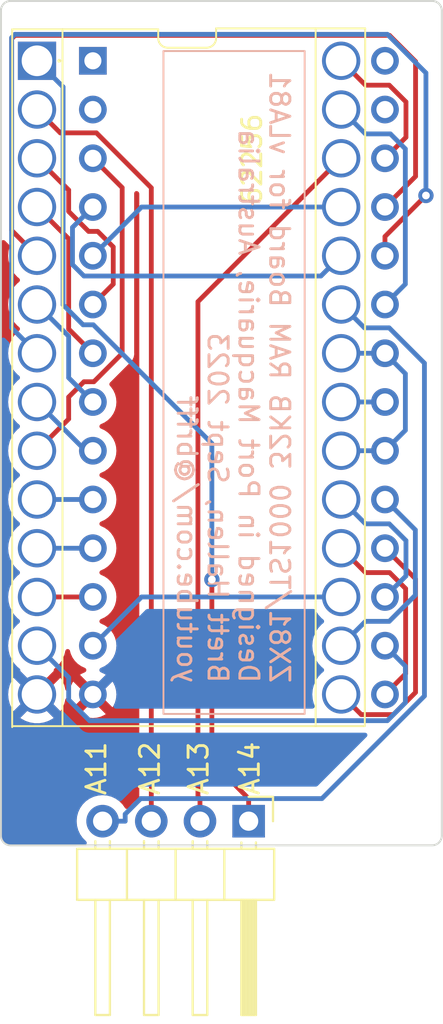
<source format=kicad_pcb>
(kicad_pcb (version 20221018) (generator pcbnew)
  (title_block (title "ZX81/TS1000 32KB RAM Board") (date "2023-09-10") (rev "INITIAL") (company "Brett Hallen") (comment 1 "youtube.com/@brfff"))
  (layers (0 "F.Cu" signal) (31 "B.Cu" signal) (34 "B.Paste" user) (35 "F.Paste" user) (36 "B.SilkS" user "B.Silkscreen") (37 "F.SilkS" user "F.Silkscreen") (38 "B.Mask" user) (39 "F.Mask" user) (44 "Edge.Cuts" user))
  (net 0 "")
  (net 1 "/A05")
  (net 2 "/A06")
  (net 3 "/A07")
  (net 4 "/A08")
  (net 5 "/A09")
  (net 6 "/A10")
  (net 7 "/A11")
  (net 8 "/A12")
  (net 9 "/A13")
  (net 10 "/A14")
  (net 11 "/D0")
  (net 12 "/D1")
  (net 13 "/D2")
  (net 14 "/GND")
  (net 15 "/D3")
  (net 16 "/D4")
  (net 17 "/D5")
  (net 18 "/D6")
  (net 19 "/D7")
  (net 20 "/~{RAMCS}")
  (net 21 "/A00")
  (net 22 "/A01")
  (net 23 "/A02")
  (net 24 "/A03")
  (net 25 "/A04")
  (net 26 "/~{WR}")
  (net 27 "/+5V")
  (footprint "CluelessEngineer:DIP1587W140P254L3632H381Q28N" (layer "F.Cu") (at 150.815 71.628)
    (fp_text reference "IC1" hide)
    (fp_text value "CY62256NLL-55SNXI" hide)
    (fp_line (start -9.23 -18.15) (end -9.23 18.21) (stroke (width 0.1)) (layer "F.SilkS"))
    (fp_line (start -9.19 18.161) (end -6.604 18.161) (stroke (width 0.1)) (layer "F.SilkS"))
    (fp_line (start -6.604 18.161) (end -6.604 -18.161) (stroke (width 0.1)) (layer "F.SilkS"))
    (fp_line (start -6.604 18.161) (end 6.604 18.161) (stroke (width 0.1)) (layer "F.SilkS"))
    (fp_line (start -6.54 -18.15) (end -9.23 -18.15) (stroke (width 0.1)) (layer "F.SilkS"))
    (fp_line (start -6.54 -18.15) (end -1.61 -18.15) (stroke (width 0.1)) (layer "F.SilkS"))
    (fp_line (start -1.61 -18.15) (end -1.61 -17.69) (stroke (width 0.1)) (layer "F.SilkS"))
    (fp_line (start -1.11 -17.19) (end 0.91 -17.19) (stroke (width 0.1)) (layer "F.SilkS"))
    (fp_line (start 1.41 -18.2) (end 6.61 -18.2) (stroke (width 0.1)) (layer "F.SilkS"))
    (fp_line (start 1.41 -17.69) (end 1.41 -18.2) (stroke (width 0.1)) (layer "F.SilkS"))
    (fp_line (start 6.604 -18.161) (end 6.604 18.161) (stroke (width 0.1)) (layer "F.SilkS"))
    (fp_line (start 6.61 -18.2) (end 9.19 -18.2) (stroke (width 0.1)) (layer "F.SilkS"))
    (fp_line (start 9.17 18.161) (end 6.604 18.161) (stroke (width 0.1)) (layer "F.SilkS"))
    (fp_line (start 9.19 -18.2) (end 9.17 18.161) (stroke (width 0.1)) (layer "F.SilkS"))
    (fp_arc (start -1.11 -17.19) (mid -1.463553 -17.336447) (end -1.61 -17.69) (stroke (width 0.1)) (layer "F.SilkS"))
    (fp_arc (start 1.41 -17.69) (mid 1.263553 -17.336447) (end 0.91 -17.19) (stroke (width 0.1)) (layer "F.SilkS"))
    (pad "1" thru_hole rect (at -7.935 -16.51) (size 1.997 1.997) (drill 1.597) (layers "*.Cu" "*.Mask") (net 10 "/A14"))
    (pad "2" thru_hole circle (at -7.935 -13.97) (size 1.997 1.997) (drill 1.597) (layers "*.Cu" "*.Mask") (net 8 "/A12"))
    (pad "3" thru_hole circle (at -7.935 -11.43) (size 1.997 1.997) (drill 1.597) (layers "*.Cu" "*.Mask") (net 3 "/A07"))
    (pad "4" thru_hole circle (at -7.935 -8.89) (size 1.997 1.997) (drill 1.597) (layers "*.Cu" "*.Mask") (net 2 "/A06"))
    (pad "5" thru_hole circle (at -7.935 -6.35) (size 1.997 1.997) (drill 1.597) (layers "*.Cu" "*.Mask") (net 1 "/A05"))
    (pad "6" thru_hole circle (at -7.935 -3.81) (size 1.997 1.997) (drill 1.597) (layers "*.Cu" "*.Mask") (net 25 "/A04"))
    (pad "7" thru_hole circle (at -7.935 -1.27) (size 1.997 1.997) (drill 1.597) (layers "*.Cu" "*.Mask") (net 24 "/A03"))
    (pad "8" thru_hole circle (at -7.935 1.27) (size 1.997 1.997) (drill 1.597) (layers "*.Cu" "*.Mask") (net 23 "/A02"))
    (pad "9" thru_hole circle (at -7.935 3.81) (size 1.997 1.997) (drill 1.597) (layers "*.Cu" "*.Mask") (net 22 "/A01"))
    (pad "10" thru_hole circle (at -7.935 6.35) (size 1.997 1.997) (drill 1.597) (layers "*.Cu" "*.Mask") (net 21 "/A00"))
    (pad "11" thru_hole circle (at -7.935 8.89) (size 1.997 1.997) (drill 1.597) (layers "*.Cu" "*.Mask") (net 11 "/D0"))
    (pad "12" thru_hole circle (at -7.935 11.43) (size 1.997 1.997) (drill 1.597) (layers "*.Cu" "*.Mask") (net 12 "/D1"))
    (pad "13" thru_hole circle (at -7.935 13.97) (size 1.997 1.997) (drill 1.597) (layers "*.Cu" "*.Mask") (net 13 "/D2"))
    (pad "14" thru_hole circle (at -7.935 16.51) (size 1.997 1.997) (drill 1.597) (layers "*.Cu" "*.Mask") (net 14 "/GND"))
    (pad "15" thru_hole circle (at 7.935 16.51) (size 1.997 1.997) (drill 1.597) (layers "*.Cu" "*.Mask") (net 15 "/D3"))
    (pad "16" thru_hole circle (at 7.935 13.97) (size 1.997 1.997) (drill 1.597) (layers "*.Cu" "*.Mask") (net 16 "/D4"))
    (pad "17" thru_hole circle (at 7.935 11.43) (size 1.997 1.997) (drill 1.597) (layers "*.Cu" "*.Mask") (net 17 "/D5"))
    (pad "18" thru_hole circle (at 7.935 8.89) (size 1.997 1.997) (drill 1.597) (layers "*.Cu" "*.Mask") (net 18 "/D6"))
    (pad "19" thru_hole circle (at 7.935 6.35) (size 1.997 1.997) (drill 1.597) (layers "*.Cu" "*.Mask") (net 19 "/D7"))
    (pad "20" thru_hole circle (at 7.935 3.81) (size 1.997 1.997) (drill 1.597) (layers "*.Cu" "*.Mask") (net 20 "/~{RAMCS}"))
    (pad "21" thru_hole circle (at 7.935 1.27) (size 1.997 1.997) (drill 1.597) (layers "*.Cu" "*.Mask") (net 6 "/A10"))
    (pad "22" thru_hole circle (at 7.935 -1.27) (size 1.997 1.997) (drill 1.597) (layers "*.Cu" "*.Mask") (net 20 "/~{RAMCS}"))
    (pad "23" thru_hole circle (at 7.935 -3.81) (size 1.997 1.997) (drill 1.597) (layers "*.Cu" "*.Mask") (net 7 "/A11"))
    (pad "24" thru_hole circle (at 7.935 -6.35) (size 1.997 1.997) (drill 1.597) (layers "*.Cu" "*.Mask") (net 5 "/A09"))
    (pad "25" thru_hole circle (at 7.935 -8.89) (size 1.997 1.997) (drill 1.597) (layers "*.Cu" "*.Mask") (net 4 "/A08"))
    (pad "26" thru_hole circle (at 7.935 -11.43) (size 1.997 1.997) (drill 1.597) (layers "*.Cu" "*.Mask") (net 9 "/A13"))
    (pad "27" thru_hole circle (at 7.935 -13.97) (size 1.997 1.997) (drill 1.597) (layers "*.Cu" "*.Mask") (net 26 "/~{WR}"))
    (pad "28" thru_hole circle (at 7.935 -16.51) (size 1.997 1.997) (drill 1.597) (layers "*.Cu" "*.Mask") (net 27 "/+5V"))
  )
  (footprint "Connector_PinHeader_2.54mm:PinHeader_1x04_P2.54mm_Horizontal" (layer "F.Cu") (at 153.924 94.742 -90)
    (fp_text reference "J3" hide)
    (fp_text value "Conn_01x04_Pin" hide)
    (fp_line (start -1.27 -1.27) (end 0 -1.27) (stroke (width 0.12)) (layer "F.SilkS"))
    (fp_line (start -1.27 0) (end -1.27 -1.27) (stroke (width 0.12)) (layer "F.SilkS"))
    (fp_line (start 1.042929 2.16) (end 1.44 2.16) (stroke (width 0.12)) (layer "F.SilkS"))
    (fp_line (start 1.042929 2.92) (end 1.44 2.92) (stroke (width 0.12)) (layer "F.SilkS"))
    (fp_line (start 1.042929 4.7) (end 1.44 4.7) (stroke (width 0.12)) (layer "F.SilkS"))
    (fp_line (start 1.042929 5.46) (end 1.44 5.46) (stroke (width 0.12)) (layer "F.SilkS"))
    (fp_line (start 1.042929 7.24) (end 1.44 7.24) (stroke (width 0.12)) (layer "F.SilkS"))
    (fp_line (start 1.042929 8) (end 1.44 8) (stroke (width 0.12)) (layer "F.SilkS"))
    (fp_line (start 1.11 -0.38) (end 1.44 -0.38) (stroke (width 0.12)) (layer "F.SilkS"))
    (fp_line (start 1.11 0.38) (end 1.44 0.38) (stroke (width 0.12)) (layer "F.SilkS"))
    (fp_line (start 1.44 -1.33) (end 1.44 8.95) (stroke (width 0.12)) (layer "F.SilkS"))
    (fp_line (start 1.44 1.27) (end 4.1 1.27) (stroke (width 0.12)) (layer "F.SilkS"))
    (fp_line (start 1.44 3.81) (end 4.1 3.81) (stroke (width 0.12)) (layer "F.SilkS"))
    (fp_line (start 1.44 6.35) (end 4.1 6.35) (stroke (width 0.12)) (layer "F.SilkS"))
    (fp_line (start 1.44 8.95) (end 4.1 8.95) (stroke (width 0.12)) (layer "F.SilkS"))
    (fp_line (start 4.1 -1.33) (end 1.44 -1.33) (stroke (width 0.12)) (layer "F.SilkS"))
    (fp_line (start 4.1 -0.38) (end 10.1 -0.38) (stroke (width 0.12)) (layer "F.SilkS"))
    (fp_line (start 4.1 -0.32) (end 10.1 -0.32) (stroke (width 0.12)) (layer "F.SilkS"))
    (fp_line (start 4.1 -0.2) (end 10.1 -0.2) (stroke (width 0.12)) (layer "F.SilkS"))
    (fp_line (start 4.1 -0.08) (end 10.1 -0.08) (stroke (width 0.12)) (layer "F.SilkS"))
    (fp_line (start 4.1 0.04) (end 10.1 0.04) (stroke (width 0.12)) (layer "F.SilkS"))
    (fp_line (start 4.1 0.16) (end 10.1 0.16) (stroke (width 0.12)) (layer "F.SilkS"))
    (fp_line (start 4.1 0.28) (end 10.1 0.28) (stroke (width 0.12)) (layer "F.SilkS"))
    (fp_line (start 4.1 2.16) (end 10.1 2.16) (stroke (width 0.12)) (layer "F.SilkS"))
    (fp_line (start 4.1 4.7) (end 10.1 4.7) (stroke (width 0.12)) (layer "F.SilkS"))
    (fp_line (start 4.1 7.24) (end 10.1 7.24) (stroke (width 0.12)) (layer "F.SilkS"))
    (fp_line (start 4.1 8.95) (end 4.1 -1.33) (stroke (width 0.12)) (layer "F.SilkS"))
    (fp_line (start 10.1 -0.38) (end 10.1 0.38) (stroke (width 0.12)) (layer "F.SilkS"))
    (fp_line (start 10.1 0.38) (end 4.1 0.38) (stroke (width 0.12)) (layer "F.SilkS"))
    (fp_line (start 10.1 2.16) (end 10.1 2.92) (stroke (width 0.12)) (layer "F.SilkS"))
    (fp_line (start 10.1 2.92) (end 4.1 2.92) (stroke (width 0.12)) (layer "F.SilkS"))
    (fp_line (start 10.1 4.7) (end 10.1 5.46) (stroke (width 0.12)) (layer "F.SilkS"))
    (fp_line (start 10.1 5.46) (end 4.1 5.46) (stroke (width 0.12)) (layer "F.SilkS"))
    (fp_line (start 10.1 7.24) (end 10.1 8) (stroke (width 0.12)) (layer "F.SilkS"))
    (fp_line (start 10.1 8) (end 4.1 8) (stroke (width 0.12)) (layer "F.SilkS"))
    (pad "1" thru_hole rect (at 0 0 270) (size 1.7 1.7) (drill 1) (layers "*.Cu" "*.Mask") (net 10 "/A14"))
    (pad "2" thru_hole oval (at 0 2.54 270) (size 1.7 1.7) (drill 1) (layers "*.Cu" "*.Mask") (net 9 "/A13"))
    (pad "3" thru_hole oval (at 0 5.08 270) (size 1.7 1.7) (drill 1) (layers "*.Cu" "*.Mask") (net 8 "/A12"))
    (pad "4" thru_hole oval (at 0 7.62 270) (size 1.7 1.7) (drill 1) (layers "*.Cu" "*.Mask") (net 7 "/A11"))
  )
  (footprint "CluelessEngineer:828AG11DLF" (layer "F.Cu") (at 145.796 55.118 -90)
    (fp_text reference "J4" hide)
    (fp_text value "828-AG11D-LF" hide)
    (fp_line (start 0 1.7) (end 0 1.7) (stroke (width 0.1)) (layer "F.SilkS"))
    (fp_line (start 0 1.8) (end 0 1.8) (stroke (width 0.1)) (layer "F.SilkS"))
    (fp_arc (start 0 1.7) (mid 0.05 1.75) (end 0 1.8) (stroke (width 0.1)) (layer "F.SilkS"))
    (fp_arc (start 0 1.8) (mid -0.05 1.75) (end 0 1.7) (stroke (width 0.1)) (layer "F.SilkS"))
    (pad "1" thru_hole rect (at 0 0 270) (size 1.445 1.445) (drill 0.889) (layers "*.Cu" "*.Mask"))
    (pad "2" thru_hole circle (at 2.54 0 270) (size 1.445 1.445) (drill 0.889) (layers "*.Cu" "*.Mask"))
    (pad "3" thru_hole circle (at 5.08 0 270) (size 1.445 1.445) (drill 0.889) (layers "*.Cu" "*.Mask") (net 22 "/A01"))
    (pad "4" thru_hole circle (at 7.62 0 270) (size 1.445 1.445) (drill 0.889) (layers "*.Cu" "*.Mask") (net 5 "/A09"))
    (pad "5" thru_hole circle (at 10.16 0 270) (size 1.445 1.445) (drill 0.889) (layers "*.Cu" "*.Mask") (net 4 "/A08"))
    (pad "6" thru_hole circle (at 12.7 0 270) (size 1.445 1.445) (drill 0.889) (layers "*.Cu" "*.Mask") (net 3 "/A07"))
    (pad "7" thru_hole circle (at 15.24 0 270) (size 1.445 1.445) (drill 0.889) (layers "*.Cu" "*.Mask") (net 2 "/A06"))
    (pad "8" thru_hole circle (at 17.78 0 270) (size 1.445 1.445) (drill 0.889) (layers "*.Cu" "*.Mask") (net 25 "/A04"))
    (pad "9" thru_hole circle (at 20.32 0 270) (size 1.445 1.445) (drill 0.889) (layers "*.Cu" "*.Mask") (net 23 "/A02"))
    (pad "10" thru_hole circle (at 22.86 0 270) (size 1.445 1.445) (drill 0.889) (layers "*.Cu" "*.Mask") (net 21 "/A00"))
    (pad "11" thru_hole circle (at 25.4 0 270) (size 1.445 1.445) (drill 0.889) (layers "*.Cu" "*.Mask") (net 11 "/D0"))
    (pad "12" thru_hole circle (at 27.94 0 270) (size 1.445 1.445) (drill 0.889) (layers "*.Cu" "*.Mask") (net 12 "/D1"))
    (pad "13" thru_hole circle (at 30.48 0 270) (size 1.445 1.445) (drill 0.889) (layers "*.Cu" "*.Mask") (net 17 "/D5"))
    (pad "14" thru_hole circle (at 33.02 0 270) (size 1.445 1.445) (drill 0.889) (layers "*.Cu" "*.Mask") (net 14 "/GND"))
    (pad "15" thru_hole circle (at 33.02 -15.24 270) (size 1.445 1.445) (drill 0.889) (layers "*.Cu" "*.Mask") (net 18 "/D6"))
    (pad "16" thru_hole circle (at 30.48 -15.24 270) (size 1.445 1.445) (drill 0.889) (layers "*.Cu" "*.Mask") (net 13 "/D2"))
    (pad "17" thru_hole circle (at 27.94 -15.24 270) (size 1.445 1.445) (drill 0.889) (layers "*.Cu" "*.Mask") (net 19 "/D7"))
    (pad "18" thru_hole circle (at 25.4 -15.24 270) (size 1.445 1.445) (drill 0.889) (layers "*.Cu" "*.Mask") (net 15 "/D3"))
    (pad "19" thru_hole circle (at 22.86 -15.24 270) (size 1.445 1.445) (drill 0.889) (layers "*.Cu" "*.Mask") (net 16 "/D4"))
    (pad "20" thru_hole circle (at 20.32 -15.24 270) (size 1.445 1.445) (drill 0.889) (layers "*.Cu" "*.Mask") (net 20 "/~{RAMCS}"))
    (pad "21" thru_hole circle (at 17.78 -15.24 270) (size 1.445 1.445) (drill 0.889) (layers "*.Cu" "*.Mask") (net 6 "/A10"))
    (pad "22" thru_hole circle (at 15.24 -15.24 270) (size 1.445 1.445) (drill 0.889) (layers "*.Cu" "*.Mask") (net 20 "/~{RAMCS}"))
    (pad "23" thru_hole circle (at 12.7 -15.24 270) (size 1.445 1.445) (drill 0.889) (layers "*.Cu" "*.Mask") (net 26 "/~{WR}"))
    (pad "24" thru_hole circle (at 10.16 -15.24 270) (size 1.445 1.445) (drill 0.889) (layers "*.Cu" "*.Mask") (net 24 "/A03"))
    (pad "25" thru_hole circle (at 7.62 -15.24 270) (size 1.445 1.445) (drill 0.889) (layers "*.Cu" "*.Mask") (net 1 "/A05"))
    (pad "26" thru_hole circle (at 5.08 -15.24 270) (size 1.445 1.445) (drill 0.889) (layers "*.Cu" "*.Mask") (net 27 "/+5V"))
    (pad "27" thru_hole circle (at 2.54 -15.24 270) (size 1.445 1.445) (drill 0.889) (layers "*.Cu" "*.Mask"))
    (pad "28" thru_hole circle (at 0 -15.24 270) (size 1.445 1.445) (drill 0.889) (layers "*.Cu" "*.Mask"))
  )
  (gr_line (start 163.5 96) (end 141.5 96) (stroke (width 0.1)) (layer "Edge.Cuts"))
  (gr_arc (start 141 52.5) (mid 141.146447 52.146447) (end 141.5 52) (stroke (width 0.1)) (layer "Edge.Cuts"))
  (gr_arc (start 163.5 52) (mid 163.853553 52.146447) (end 164 52.5) (stroke (width 0.1)) (layer "Edge.Cuts"))
  (gr_arc (start 164 95.5) (mid 163.853553 95.853553) (end 163.5 96) (stroke (width 0.1)) (layer "Edge.Cuts"))
  (gr_line (start 141.5 52) (end 163.5 52) (stroke (width 0.1)) (layer "Edge.Cuts"))
  (gr_arc (start 141.5 96) (mid 141.146447 95.853553) (end 141 95.5) (stroke (width 0.1)) (layer "Edge.Cuts"))
  (gr_line (start 141 95.5) (end 141 52.5) (stroke (width 0.1)) (layer "Edge.Cuts"))
  (gr_line (start 164 52.5) (end 164 95.5) (stroke (width 0.1)) (layer "Edge.Cuts"))
  (gr_text "ZX81/TS1000 32KB RAM Board for vLA81\nDesigned in Port Macquarie, Australia\nBrett Hallen, Sept 2023\nyoutube.com/@brfff" (at 150.114 87.63 270) (layer "B.SilkS") (effects (font (size 1 1)) (justify left bottom mirror)))
  (gr_text "A13" (at 151.892 93.472 90) (layer "F.SilkS") (effects (font (size 1 1)) (justify left bottom)))
  (gr_text "62256" (at 154.686 62.738 90) (layer "F.SilkS") (effects (font (size 1 1)) (justify left bottom)))
  (gr_text "A11" (at 146.558 93.472 90) (layer "F.SilkS") (effects (font (size 1 1)) (justify left bottom)))
  (gr_text "A14" (at 154.559 93.472 90) (layer "F.SilkS") (effects (font (size 1 1)) (justify left bottom)))
  (gr_text "A12" (at 149.352 93.472 90) (layer "F.SilkS") (effects (font (size 1 1)) (justify left bottom)))
  (gr_text_box "" (start 149.479 54.61) (end 156.845 89.154) (layer "B.SilkS") (effects (font (size 1 1)) (justify left top mirror)) (stroke (width 0.1)))
  (segment (start 141.555 53.9725) (end 141.555 63.9526) (width 0.25) (layer "F.Cu") (net 1))
  (segment (start 162.633 61.1406) (end 162.633 55.1539) (width 0.25) (layer "F.Cu") (net 1))
  (segment (start 141.734 53.7926) (end 141.555 53.9725) (width 0.25) (layer "F.Cu") (net 1))
  (segment (start 141.555 63.9526) (end 142.88 65.278) (width 0.25) (layer "F.Cu") (net 1))
  (segment (start 162.633 55.1539) (end 161.272 53.7926) (width 0.25) (layer "F.Cu") (net 1))
  (segment (start 161.036 62.738) (end 162.633 61.1406) (width 0.25) (layer "F.Cu") (net 1))
  (segment (start 161.272 53.7926) (end 141.734 53.7926) (width 0.25) (layer "F.Cu") (net 1))
  (segment (start 144.533 69.0952) (end 145.796 70.358) (width 0.25) (layer "F.Cu") (net 2))
  (segment (start 144.533 64.3912) (end 144.533 69.0952) (width 0.25) (layer "F.Cu") (net 2))
  (segment (start 142.88 62.738) (end 144.533 64.3912) (width 0.25) (layer "F.Cu") (net 2))
  (segment (start 146.858 64.8172) (end 146.858 66.756) (width 0.25) (layer "F.Cu") (net 3))
  (segment (start 146.858 66.756) (end 145.796 67.818) (width 0.25) (layer "F.Cu") (net 3))
  (segment (start 142.88 60.198) (end 144.533 61.851) (width 0.25) (layer "F.Cu") (net 3))
  (segment (start 146.049 64.008) (end 146.858 64.8172) (width 0.25) (layer "F.Cu") (net 3))
  (segment (start 144.533 61.851) (end 144.533 62.9692) (width 0.25) (layer "F.Cu") (net 3))
  (segment (start 144.533 62.9692) (end 145.572 64.008) (width 0.25) (layer "F.Cu") (net 3))
  (segment (start 145.572 64.008) (end 146.049 64.008) (width 0.25) (layer "F.Cu") (net 3))
  (segment (start 158.75 62.738) (end 148.336 62.738) (width 0.25) (layer "B.Cu") (net 4))
  (segment (start 148.336 62.738) (end 145.796 65.278) (width 0.25) (layer "B.Cu") (net 4))
  (segment (start 144.732 63.8017) (end 145.796 62.738) (width 0.25) (layer "B.Cu") (net 5))
  (segment (start 157.695 66.3331) (end 145.33 66.3331) (width 0.25) (layer "B.Cu") (net 5))
  (segment (start 144.732 65.7359) (end 144.732 63.8017) (width 0.25) (layer "B.Cu") (net 5))
  (segment (start 158.75 65.278) (end 157.695 66.3331) (width 0.25) (layer "B.Cu") (net 5))
  (segment (start 145.33 66.3331) (end 144.732 65.7359) (width 0.25) (layer "B.Cu") (net 5))
  (segment (start 158.75 72.898) (end 161.036 72.898) (width 0.25) (layer "B.Cu") (net 6))
  (segment (start 147.481 94.742) (end 147.481 94.3741) (width 0.25) (layer "B.Cu") (net 7))
  (segment (start 157.747 93.5651) (end 163.095 88.2171) (width 0.25) (layer "B.Cu") (net 7))
  (segment (start 146.304 94.742) (end 147.481 94.742) (width 0.25) (layer "B.Cu") (net 7))
  (segment (start 161.255 69.0341) (end 159.966 69.0341) (width 0.25) (layer "B.Cu") (net 7))
  (segment (start 163.095 88.2171) (end 163.095 70.8746) (width 0.25) (layer "B.Cu") (net 7))
  (segment (start 159.966 69.0341) (end 158.75 67.818) (width 0.25) (layer "B.Cu") (net 7))
  (segment (start 148.29 93.5651) (end 157.747 93.5651) (width 0.25) (layer "B.Cu") (net 7))
  (segment (start 147.481 94.3741) (end 148.29 93.5651) (width 0.25) (layer "B.Cu") (net 7))
  (segment (start 163.095 70.8746) (end 161.255 69.0341) (width 0.25) (layer "B.Cu") (net 7))
  (segment (start 144.096 58.8741) (end 142.88 57.658) (width 0.25) (layer "F.Cu") (net 8))
  (segment (start 145.981 58.8741) (end 144.096 58.8741) (width 0.25) (layer "F.Cu") (net 8))
  (segment (start 148.844 61.7371) (end 145.981 58.8741) (width 0.25) (layer "F.Cu") (net 8))
  (segment (start 148.844 94.742) (end 148.844 61.7371) (width 0.25) (layer "F.Cu") (net 8))
  (segment (start 151.278 67.6703) (end 158.75 60.198) (width 0.25) (layer "F.Cu") (net 9))
  (segment (start 151.384 94.742) (end 151.384 93.5651) (width 0.25) (layer "F.Cu") (net 9))
  (segment (start 151.278 93.4588) (end 151.278 67.6703) (width 0.25) (layer "F.Cu") (net 9))
  (segment (start 151.384 93.5651) (end 151.278 93.4588) (width 0.25) (layer "F.Cu") (net 9))
  (segment (start 153.924 93.5651) (end 152.005 91.6457) (width 0.25) (layer "F.Cu") (net 10))
  (segment (start 152.005 91.6457) (end 152.005 82.1497) (width 0.25) (layer "F.Cu") (net 10))
  (segment (start 153.924 94.742) (end 153.924 93.5651) (width 0.25) (layer "F.Cu") (net 10))
  (via (at 152.005 82.1497) (size 0.8) (drill 0.4) (layers "F.Cu" "B.Cu") (net 10))
  (segment (start 144.243 67.8351) (end 144.243 56.4811) (width 0.25) (layer "B.Cu") (net 10))
  (segment (start 152.005 82.1497) (end 152.005 75.0608) (width 0.25) (layer "B.Cu") (net 10))
  (segment (start 145.284 68.8759) (end 144.243 67.8351) (width 0.25) (layer "B.Cu") (net 10))
  (segment (start 152.005 75.0608) (end 145.82 68.8759) (width 0.25) (layer "B.Cu") (net 10))
  (segment (start 144.243 56.4811) (end 142.88 55.118) (width 0.25) (layer "B.Cu") (net 10))
  (segment (start 145.82 68.8759) (end 145.284 68.8759) (width 0.25) (layer "B.Cu") (net 10))
  (segment (start 142.88 80.518) (end 145.796 80.518) (width 0.25) (layer "B.Cu") (net 11))
  (segment (start 142.88 83.058) (end 145.796 83.058) (width 0.25) (layer "F.Cu") (net 12))
  (segment (start 144.533 87.2512) (end 142.88 85.598) (width 0.25) (layer "B.Cu") (net 13))
  (segment (start 145.621 89.5044) (end 144.533 88.417) (width 0.25) (layer "B.Cu") (net 13))
  (segment (start 161.162 89.5044) (end 145.621 89.5044) (width 0.25) (layer "B.Cu") (net 13))
  (segment (start 162.101 86.6633) (end 162.101 88.5656) (width 0.25) (layer "B.Cu") (net 13))
  (segment (start 161.036 85.598) (end 162.101 86.6633) (width 0.25) (layer "B.Cu") (net 13))
  (segment (start 144.533 88.417) (end 144.533 87.2512) (width 0.25) (layer "B.Cu") (net 13))
  (segment (start 162.101 88.5656) (end 161.162 89.5044) (width 0.25) (layer "B.Cu") (net 13))
  (segment (start 161.474 89.1876) (end 162.631 88.0309) (width 0.25) (layer "F.Cu") (net 15))
  (segment (start 158.75 88.138) (end 159.8 89.1876) (width 0.25) (layer "F.Cu") (net 15))
  (segment (start 162.631 82.113) (end 161.036 80.518) (width 0.25) (layer "F.Cu") (net 15))
  (segment (start 159.8 89.1876) (end 161.474 89.1876) (width 0.25) (layer "F.Cu") (net 15))
  (segment (start 162.631 88.0309) (end 162.631 82.113) (width 0.25) (layer "F.Cu") (net 15))
  (segment (start 161.036 77.978) (end 162.621 79.563) (width 0.25) (layer "B.Cu") (net 16))
  (segment (start 162.621 82.965) (end 161.258 84.328) (width 0.25) (layer "B.Cu") (net 16))
  (segment (start 162.621 79.563) (end 162.621 82.965) (width 0.25) (layer "B.Cu") (net 16))
  (segment (start 160.02 84.328) (end 158.75 85.598) (width 0.25) (layer "B.Cu") (net 16))
  (segment (start 161.258 84.328) (end 160.02 84.328) (width 0.25) (layer "B.Cu") (net 16))
  (segment (start 158.75 83.058) (end 148.336 83.058) (width 0.25) (layer "B.Cu") (net 17))
  (segment (start 148.336 83.058) (end 145.796 85.598) (width 0.25) (layer "B.Cu") (net 17))
  (segment (start 161.279 81.788) (end 162.114 82.623) (width 0.25) (layer "F.Cu") (net 18))
  (segment (start 162.114 82.623) (end 162.114 87.0602) (width 0.25) (layer "F.Cu") (net 18))
  (segment (start 162.114 87.0602) (end 161.036 88.138) (width 0.25) (layer "F.Cu") (net 18))
  (segment (start 158.75 80.518) (end 160.02 81.788) (width 0.25) (layer "F.Cu") (net 18))
  (segment (start 160.02 81.788) (end 161.279 81.788) (width 0.25) (layer "F.Cu") (net 18))
  (segment (start 158.75 77.978) (end 160.02 79.248) (width 0.25) (layer "B.Cu") (net 19))
  (segment (start 160.02 79.248) (end 161.259 79.248) (width 0.25) (layer "B.Cu") (net 19))
  (segment (start 162.132 81.9625) (end 161.036 83.058) (width 0.25) (layer "B.Cu") (net 19))
  (segment (start 162.132 80.1206) (end 162.132 81.9625) (width 0.25) (layer "B.Cu") (net 19))
  (segment (start 161.259 79.248) (end 162.132 80.1206) (width 0.25) (layer "B.Cu") (net 19))
  (segment (start 162.1 71.4221) (end 162.1 74.3739) (width 0.25) (layer "B.Cu") (net 20))
  (segment (start 158.75 75.438) (end 161.036 75.438) (width 0.25) (layer "B.Cu") (net 20))
  (segment (start 162.1 74.3739) (end 161.036 75.438) (width 0.25) (layer "B.Cu") (net 20))
  (segment (start 158.75 70.358) (end 161.036 70.358) (width 0.25) (layer "B.Cu") (net 20))
  (segment (start 161.036 70.358) (end 162.1 71.4221) (width 0.25) (layer "B.Cu") (net 20))
  (segment (start 142.88 77.978) (end 145.796 77.978) (width 0.25) (layer "B.Cu") (net 21))
  (segment (start 145.33 71.8429) (end 144.533 72.6392) (width 0.25) (layer "F.Cu") (net 22))
  (segment (start 145.796 60.198) (end 147.324 61.7259) (width 0.25) (layer "F.Cu") (net 22))
  (segment (start 145.849 71.8429) (end 145.33 71.8429) (width 0.25) (layer "F.Cu") (net 22))
  (segment (start 144.533 72.6392) (end 144.533 73.7848) (width 0.25) (layer "F.Cu") (net 22))
  (segment (start 144.533 73.7848) (end 142.88 75.438) (width 0.25) (layer "F.Cu") (net 22))
  (segment (start 147.324 61.7259) (end 147.324 70.3677) (width 0.25) (layer "F.Cu") (net 22))
  (segment (start 147.324 70.3677) (end 145.849 71.8429) (width 0.25) (layer "F.Cu") (net 22))
  (segment (start 145.42 75.438) (end 145.796 75.438) (width 0.25) (layer "B.Cu") (net 23))
  (segment (start 142.88 72.898) (end 145.42 75.438) (width 0.25) (layer "B.Cu") (net 23))
  (segment (start 163.174 62.1378) (end 161.036 64.2754) (width 0.25) (layer "F.Cu") (net 24))
  (segment (start 161.036 64.2754) (end 161.036 65.278) (width 0.25) (layer "F.Cu") (net 24))
  (via (at 163.174 62.1378) (size 0.8) (drill 0.4) (layers "F.Cu" "B.Cu") (net 24))
  (segment (start 142.88 70.358) (end 141.555 69.0326) (width 0.25) (layer "B.Cu") (net 24))
  (segment (start 141.555 53.9146) (end 141.731 53.7385) (width 0.25) (layer "B.Cu") (net 24))
  (segment (start 141.555 69.0326) (end 141.555 53.9146) (width 0.25) (layer "B.Cu") (net 24))
  (segment (start 163.174 55.75) (end 163.174 62.1378) (width 0.25) (layer "B.Cu") (net 24))
  (segment (start 161.162 53.7385) (end 163.174 55.75) (width 0.25) (layer "B.Cu") (net 24))
  (segment (start 141.731 53.7385) (end 161.162 53.7385) (width 0.25) (layer "B.Cu") (net 24))
  (segment (start 142.88 67.818) (end 144.533 69.4712) (width 0.25) (layer "B.Cu") (net 25))
  (segment (start 144.533 69.4712) (end 144.533 71.6352) (width 0.25) (layer "B.Cu") (net 25))
  (segment (start 144.533 71.6352) (end 145.796 72.898) (width 0.25) (layer "B.Cu") (net 25))
  (segment (start 160.02 58.928) (end 161.32 58.928) (width 0.25) (layer "B.Cu") (net 26))
  (segment (start 158.75 57.658) (end 160.02 58.928) (width 0.25) (layer "B.Cu") (net 26))
  (segment (start 162.098 59.707) (end 162.098 66.7555) (width 0.25) (layer "B.Cu") (net 26))
  (segment (start 161.32 58.928) (end 162.098 59.707) (width 0.25) (layer "B.Cu") (net 26))
  (segment (start 162.098 66.7555) (end 161.036 67.818) (width 0.25) (layer "B.Cu") (net 26))
  (segment (start 162.132 59.1025) (end 161.036 60.198) (width 0.25) (layer "F.Cu") (net 27))
  (segment (start 160.02 56.388) (end 161.259 56.388) (width 0.25) (layer "F.Cu") (net 27))
  (segment (start 158.75 55.118) (end 160.02 56.388) (width 0.25) (layer "F.Cu") (net 27))
  (segment (start 162.132 57.2606) (end 162.132 59.1025) (width 0.25) (layer "F.Cu") (net 27))
  (segment (start 161.259 56.388) (end 162.132 57.2606) (width 0.25) (layer "F.Cu") (net 27))
  (zone (net 14) (net_name "/GND") (layers "F&B.Cu") (connect_pads (clearance 0.5)) (min_thickness 0.25) (fill yes (thermal_gap 0.5) (thermal_bridge_width 0.5))
    (polygon (pts (xy 164.084 96.012) (xy 140.97 96.012) (xy 140.97 52.07) (xy 164.084 52.07)))
  )
)
</source>
